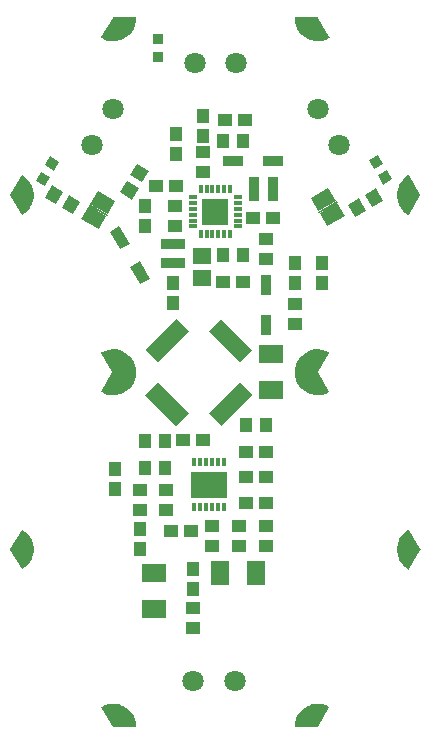
<source format=gbr>
G04 EAGLE Gerber RS-274X export*
G75*
%MOMM*%
%FSLAX34Y34*%
%LPD*%
%INSoldermask Top*%
%IPPOS*%
%AMOC8*
5,1,8,0,0,1.08239X$1,22.5*%
G01*
%ADD10C,1.101600*%
%ADD11R,0.351600X0.701600*%
%ADD12R,3.101600X2.235200*%
%ADD13R,0.341600X0.701600*%
%ADD14R,0.701600X0.341600*%
%ADD15R,2.260600X2.260600*%
%ADD16C,1.801600*%
%ADD17R,1.201600X1.101600*%
%ADD18R,2.101600X1.601600*%
%ADD19R,1.101600X1.201600*%
%ADD20R,1.601600X2.101600*%
%ADD21R,3.701600X1.501600*%
%ADD22R,0.901600X1.701600*%
%ADD23R,0.901600X0.901600*%
%ADD24R,1.601600X1.401600*%
%ADD25R,1.701600X0.901600*%
%ADD26R,2.101600X0.951600*%
%ADD27R,0.951600X2.101600*%
%ADD28R,1.270000X1.701800*%
%ADD29R,0.152400X1.828800*%
%ADD30R,0.901600X0.901600*%

G36*
X417569Y475645D02*
X417569Y475645D01*
X417616Y475643D01*
X420654Y476008D01*
X420686Y476019D01*
X420732Y476024D01*
X423672Y476872D01*
X423702Y476888D01*
X423748Y476900D01*
X426514Y478209D01*
X426536Y478226D01*
X426563Y478236D01*
X426615Y478285D01*
X426673Y478328D01*
X426687Y478353D01*
X426708Y478372D01*
X426737Y478438D01*
X426773Y478500D01*
X426776Y478528D01*
X426788Y478554D01*
X426789Y478626D01*
X426798Y478697D01*
X426790Y478724D01*
X426791Y478753D01*
X426755Y478848D01*
X426744Y478888D01*
X426737Y478897D01*
X426733Y478909D01*
X417376Y495160D01*
X426733Y511411D01*
X426742Y511438D01*
X426758Y511462D01*
X426773Y511532D01*
X426796Y511600D01*
X426793Y511628D01*
X426799Y511656D01*
X426786Y511727D01*
X426780Y511798D01*
X426767Y511823D01*
X426761Y511851D01*
X426721Y511911D01*
X426688Y511974D01*
X426666Y511992D01*
X426650Y512016D01*
X426567Y512074D01*
X426535Y512101D01*
X426524Y512104D01*
X426514Y512111D01*
X423748Y513420D01*
X423715Y513428D01*
X423672Y513448D01*
X420732Y514296D01*
X420698Y514299D01*
X420654Y514312D01*
X417616Y514677D01*
X417582Y514674D01*
X417535Y514680D01*
X414478Y514553D01*
X414445Y514545D01*
X414398Y514544D01*
X411401Y513928D01*
X411370Y513915D01*
X411324Y513906D01*
X408464Y512817D01*
X408436Y512799D01*
X408392Y512783D01*
X405744Y511249D01*
X405718Y511227D01*
X405678Y511204D01*
X403310Y509266D01*
X403288Y509239D01*
X403252Y509210D01*
X401225Y506917D01*
X401209Y506888D01*
X401177Y506853D01*
X399545Y504265D01*
X399533Y504233D01*
X399508Y504194D01*
X398312Y501377D01*
X398305Y501344D01*
X398302Y501337D01*
X398298Y501331D01*
X398297Y501325D01*
X398286Y501301D01*
X397558Y498329D01*
X397556Y498295D01*
X397545Y498250D01*
X397302Y495200D01*
X397306Y495171D01*
X397301Y495143D01*
X397303Y495133D01*
X397302Y495120D01*
X397545Y492070D01*
X397554Y492038D01*
X397558Y491991D01*
X398286Y489019D01*
X398301Y488988D01*
X398312Y488943D01*
X399508Y486126D01*
X399527Y486098D01*
X399545Y486055D01*
X401177Y483467D01*
X401201Y483443D01*
X401225Y483403D01*
X403252Y481110D01*
X403279Y481090D01*
X403310Y481054D01*
X405678Y479116D01*
X405708Y479100D01*
X405744Y479071D01*
X408392Y477538D01*
X408424Y477527D01*
X408464Y477503D01*
X411324Y476415D01*
X411357Y476409D01*
X411401Y476392D01*
X414398Y475776D01*
X414432Y475776D01*
X414478Y475767D01*
X417535Y475640D01*
X417569Y475645D01*
G37*
G36*
X245922Y475767D02*
X245922Y475767D01*
X245955Y475775D01*
X246002Y475776D01*
X248999Y476392D01*
X249030Y476405D01*
X249076Y476415D01*
X251936Y477503D01*
X251965Y477521D01*
X252008Y477538D01*
X254656Y479071D01*
X254682Y479093D01*
X254723Y479116D01*
X257090Y481054D01*
X257112Y481081D01*
X257148Y481110D01*
X259175Y483403D01*
X259192Y483432D01*
X259223Y483467D01*
X260855Y486055D01*
X260867Y486087D01*
X260892Y486126D01*
X262088Y488943D01*
X262095Y488976D01*
X262114Y489019D01*
X262842Y491991D01*
X262844Y492025D01*
X262855Y492070D01*
X263098Y495120D01*
X263094Y495149D01*
X263099Y495177D01*
X263097Y495187D01*
X263098Y495200D01*
X262855Y498250D01*
X262846Y498282D01*
X262842Y498329D01*
X262114Y501301D01*
X262099Y501332D01*
X262088Y501377D01*
X260892Y504194D01*
X260873Y504222D01*
X260855Y504265D01*
X259223Y506853D01*
X259199Y506877D01*
X259175Y506917D01*
X257148Y509210D01*
X257121Y509230D01*
X257090Y509266D01*
X254723Y511204D01*
X254692Y511220D01*
X254656Y511249D01*
X252008Y512783D01*
X251976Y512793D01*
X251936Y512817D01*
X249076Y513906D01*
X249043Y513911D01*
X248999Y513928D01*
X246002Y514544D01*
X245968Y514544D01*
X245922Y514553D01*
X242865Y514680D01*
X242831Y514675D01*
X242784Y514677D01*
X239746Y514312D01*
X239714Y514301D01*
X239668Y514296D01*
X236728Y513448D01*
X236698Y513432D01*
X236653Y513420D01*
X233887Y512111D01*
X233864Y512094D01*
X233837Y512084D01*
X233785Y512035D01*
X233727Y511992D01*
X233713Y511967D01*
X233692Y511948D01*
X233663Y511882D01*
X233627Y511820D01*
X233624Y511792D01*
X233612Y511766D01*
X233611Y511694D01*
X233602Y511623D01*
X233610Y511596D01*
X233610Y511567D01*
X233645Y511472D01*
X233656Y511432D01*
X233663Y511423D01*
X233667Y511411D01*
X243024Y495160D01*
X233667Y478909D01*
X233658Y478882D01*
X233642Y478858D01*
X233627Y478788D01*
X233604Y478720D01*
X233607Y478692D01*
X233601Y478664D01*
X233615Y478594D01*
X233620Y478522D01*
X233633Y478497D01*
X233639Y478469D01*
X233679Y478409D01*
X233712Y478346D01*
X233734Y478328D01*
X233750Y478304D01*
X233833Y478246D01*
X233865Y478219D01*
X233876Y478216D01*
X233887Y478209D01*
X236653Y476900D01*
X236686Y476892D01*
X236728Y476872D01*
X239668Y476024D01*
X239702Y476021D01*
X239746Y476008D01*
X242784Y475643D01*
X242818Y475646D01*
X242865Y475640D01*
X245922Y475767D01*
G37*
G36*
X417594Y775648D02*
X417594Y775648D01*
X417640Y775646D01*
X420684Y776015D01*
X420717Y776026D01*
X420763Y776031D01*
X423708Y776884D01*
X423738Y776900D01*
X423783Y776913D01*
X426553Y778227D01*
X426577Y778245D01*
X426604Y778255D01*
X426656Y778304D01*
X426713Y778347D01*
X426727Y778372D01*
X426748Y778392D01*
X426777Y778457D01*
X426812Y778519D01*
X426816Y778547D01*
X426828Y778574D01*
X426828Y778645D01*
X426837Y778716D01*
X426829Y778744D01*
X426830Y778773D01*
X426795Y778866D01*
X426783Y778907D01*
X426776Y778916D01*
X426771Y778929D01*
X417232Y795406D01*
X417181Y795463D01*
X417136Y795525D01*
X417116Y795537D01*
X417100Y795555D01*
X417031Y795588D01*
X416965Y795627D01*
X416939Y795631D01*
X416921Y795640D01*
X416876Y795642D01*
X416801Y795655D01*
X397761Y795678D01*
X397733Y795672D01*
X397704Y795674D01*
X397636Y795652D01*
X397566Y795638D01*
X397542Y795622D01*
X397515Y795613D01*
X397461Y795566D01*
X397402Y795526D01*
X397387Y795502D01*
X397365Y795483D01*
X397333Y795418D01*
X397295Y795358D01*
X397290Y795330D01*
X397277Y795304D01*
X397269Y795204D01*
X397262Y795162D01*
X397264Y795152D01*
X397263Y795138D01*
X397510Y792082D01*
X397519Y792049D01*
X397523Y792003D01*
X398256Y789026D01*
X398271Y788995D01*
X398282Y788949D01*
X399484Y786129D01*
X399503Y786101D01*
X399521Y786057D01*
X401160Y783466D01*
X401183Y783441D01*
X401208Y783402D01*
X403241Y781107D01*
X403268Y781086D01*
X403299Y781051D01*
X405674Y779112D01*
X405704Y779096D01*
X405740Y779066D01*
X408396Y777533D01*
X408428Y777522D01*
X408468Y777499D01*
X411335Y776411D01*
X411369Y776406D01*
X411413Y776389D01*
X414417Y775776D01*
X414451Y775776D01*
X414497Y775766D01*
X417560Y775642D01*
X417594Y775648D01*
G37*
G36*
X245904Y775766D02*
X245904Y775766D01*
X245936Y775774D01*
X245983Y775776D01*
X248988Y776389D01*
X249019Y776402D01*
X249065Y776411D01*
X251932Y777499D01*
X251960Y777517D01*
X252004Y777533D01*
X254660Y779066D01*
X254685Y779089D01*
X254726Y779112D01*
X257101Y781051D01*
X257122Y781077D01*
X257159Y781107D01*
X259192Y783402D01*
X259209Y783431D01*
X259240Y783466D01*
X260879Y786057D01*
X260891Y786089D01*
X260916Y786129D01*
X262118Y788949D01*
X262125Y788983D01*
X262144Y789026D01*
X262877Y792003D01*
X262879Y792037D01*
X262890Y792082D01*
X263137Y795138D01*
X263134Y795167D01*
X263138Y795195D01*
X263122Y795265D01*
X263113Y795336D01*
X263099Y795361D01*
X263092Y795389D01*
X263050Y795446D01*
X263014Y795508D01*
X262991Y795526D01*
X262974Y795549D01*
X262913Y795585D01*
X262856Y795628D01*
X262828Y795635D01*
X262803Y795650D01*
X262704Y795667D01*
X262663Y795677D01*
X262652Y795675D01*
X262639Y795678D01*
X243599Y795655D01*
X243524Y795639D01*
X243448Y795631D01*
X243427Y795620D01*
X243405Y795615D01*
X243341Y795571D01*
X243274Y795534D01*
X243258Y795514D01*
X243241Y795502D01*
X243217Y795465D01*
X243168Y795406D01*
X233629Y778929D01*
X233619Y778901D01*
X233603Y778877D01*
X233588Y778808D01*
X233565Y778740D01*
X233567Y778711D01*
X233561Y778683D01*
X233575Y778613D01*
X233580Y778542D01*
X233594Y778516D01*
X233599Y778488D01*
X233639Y778428D01*
X233672Y778365D01*
X233694Y778347D01*
X233710Y778323D01*
X233792Y778265D01*
X233825Y778238D01*
X233835Y778235D01*
X233847Y778227D01*
X236617Y776913D01*
X236650Y776905D01*
X236692Y776884D01*
X239637Y776031D01*
X239671Y776029D01*
X239716Y776015D01*
X242760Y775646D01*
X242793Y775648D01*
X242840Y775642D01*
X245904Y775766D01*
G37*
G36*
X493927Y628171D02*
X493927Y628171D01*
X493998Y628171D01*
X494025Y628182D01*
X494054Y628185D01*
X494116Y628220D01*
X494181Y628248D01*
X494202Y628268D01*
X494227Y628283D01*
X494290Y628360D01*
X494320Y628390D01*
X494324Y628400D01*
X494333Y628411D01*
X503833Y644911D01*
X503843Y644943D01*
X503852Y644956D01*
X503856Y644980D01*
X503857Y644984D01*
X503888Y645054D01*
X503888Y645078D01*
X503896Y645100D01*
X503890Y645176D01*
X503891Y645253D01*
X503881Y645277D01*
X503880Y645298D01*
X503859Y645337D01*
X503833Y645409D01*
X494333Y661909D01*
X494314Y661931D01*
X494301Y661957D01*
X494248Y662005D01*
X494201Y662058D01*
X494175Y662071D01*
X494154Y662090D01*
X494086Y662113D01*
X494022Y662144D01*
X493993Y662146D01*
X493966Y662155D01*
X493894Y662150D01*
X493823Y662153D01*
X493796Y662143D01*
X493767Y662141D01*
X493677Y662099D01*
X493637Y662084D01*
X493629Y662077D01*
X493616Y662071D01*
X491093Y660329D01*
X491069Y660305D01*
X491031Y660278D01*
X488819Y658154D01*
X488800Y658126D01*
X488766Y658094D01*
X486924Y655643D01*
X486910Y655612D01*
X486881Y655575D01*
X485456Y652860D01*
X485447Y652829D01*
X485431Y652804D01*
X485430Y652796D01*
X485425Y652786D01*
X484454Y649878D01*
X484450Y649844D01*
X484435Y649800D01*
X483943Y646773D01*
X483944Y646739D01*
X483936Y646693D01*
X483936Y643627D01*
X483937Y643623D01*
X483937Y643621D01*
X483943Y643594D01*
X483943Y643547D01*
X484435Y640520D01*
X484447Y640489D01*
X484454Y640442D01*
X485425Y637534D01*
X485442Y637505D01*
X485456Y637460D01*
X486881Y634745D01*
X486903Y634719D01*
X486924Y634677D01*
X488766Y632226D01*
X488791Y632203D01*
X488819Y632166D01*
X491031Y630042D01*
X491059Y630024D01*
X491093Y629991D01*
X493616Y628249D01*
X493643Y628238D01*
X493665Y628219D01*
X493734Y628199D01*
X493799Y628171D01*
X493828Y628171D01*
X493856Y628163D01*
X493927Y628171D01*
G37*
G36*
X493927Y328171D02*
X493927Y328171D01*
X493998Y328171D01*
X494025Y328182D01*
X494054Y328185D01*
X494116Y328220D01*
X494181Y328248D01*
X494202Y328268D01*
X494227Y328283D01*
X494290Y328360D01*
X494320Y328390D01*
X494324Y328400D01*
X494333Y328411D01*
X503833Y344911D01*
X503843Y344943D01*
X503852Y344956D01*
X503856Y344980D01*
X503857Y344984D01*
X503888Y345054D01*
X503888Y345078D01*
X503896Y345100D01*
X503890Y345176D01*
X503891Y345253D01*
X503881Y345277D01*
X503880Y345298D01*
X503859Y345337D01*
X503833Y345409D01*
X494333Y361909D01*
X494314Y361931D01*
X494301Y361957D01*
X494248Y362005D01*
X494201Y362058D01*
X494175Y362071D01*
X494154Y362090D01*
X494086Y362113D01*
X494022Y362144D01*
X493993Y362146D01*
X493966Y362155D01*
X493894Y362150D01*
X493823Y362153D01*
X493796Y362143D01*
X493767Y362141D01*
X493677Y362099D01*
X493637Y362084D01*
X493629Y362077D01*
X493616Y362071D01*
X491093Y360329D01*
X491069Y360305D01*
X491031Y360278D01*
X488819Y358154D01*
X488800Y358126D01*
X488766Y358094D01*
X486924Y355643D01*
X486910Y355612D01*
X486881Y355575D01*
X485456Y352860D01*
X485447Y352829D01*
X485431Y352804D01*
X485430Y352796D01*
X485425Y352786D01*
X484454Y349878D01*
X484450Y349844D01*
X484435Y349800D01*
X483943Y346773D01*
X483944Y346739D01*
X483936Y346693D01*
X483936Y343627D01*
X483937Y343623D01*
X483937Y343621D01*
X483943Y343594D01*
X483943Y343547D01*
X484435Y340520D01*
X484447Y340489D01*
X484454Y340442D01*
X485425Y337534D01*
X485442Y337505D01*
X485456Y337460D01*
X486881Y334745D01*
X486903Y334719D01*
X486924Y334677D01*
X488766Y332226D01*
X488791Y332203D01*
X488819Y332166D01*
X491031Y330042D01*
X491059Y330024D01*
X491093Y329991D01*
X493616Y328249D01*
X493643Y328238D01*
X493665Y328219D01*
X493734Y328199D01*
X493799Y328171D01*
X493828Y328171D01*
X493856Y328163D01*
X493927Y328171D01*
G37*
G36*
X166506Y628170D02*
X166506Y628170D01*
X166577Y628167D01*
X166604Y628177D01*
X166633Y628179D01*
X166723Y628221D01*
X166763Y628236D01*
X166771Y628243D01*
X166784Y628249D01*
X169307Y629991D01*
X169331Y630015D01*
X169369Y630042D01*
X171581Y632166D01*
X171600Y632194D01*
X171634Y632226D01*
X173476Y634677D01*
X173490Y634708D01*
X173519Y634745D01*
X174944Y637460D01*
X174953Y637493D01*
X174975Y637534D01*
X175946Y640442D01*
X175950Y640476D01*
X175965Y640520D01*
X176457Y643547D01*
X176456Y643581D01*
X176464Y643627D01*
X176464Y646693D01*
X176457Y646726D01*
X176457Y646773D01*
X175965Y649800D01*
X175953Y649831D01*
X175946Y649878D01*
X174975Y652786D01*
X174962Y652809D01*
X174956Y652834D01*
X174949Y652843D01*
X174944Y652860D01*
X173519Y655575D01*
X173497Y655601D01*
X173476Y655643D01*
X171634Y658094D01*
X171609Y658117D01*
X171581Y658154D01*
X169369Y660278D01*
X169341Y660296D01*
X169307Y660329D01*
X166784Y662071D01*
X166757Y662082D01*
X166735Y662101D01*
X166666Y662121D01*
X166601Y662149D01*
X166572Y662149D01*
X166544Y662157D01*
X166473Y662149D01*
X166402Y662150D01*
X166375Y662138D01*
X166346Y662135D01*
X166284Y662100D01*
X166219Y662072D01*
X166198Y662052D01*
X166173Y662037D01*
X166110Y661960D01*
X166080Y661930D01*
X166076Y661920D01*
X166067Y661909D01*
X156567Y645409D01*
X156543Y645336D01*
X156512Y645266D01*
X156512Y645242D01*
X156504Y645220D01*
X156511Y645144D01*
X156510Y645067D01*
X156519Y645043D01*
X156520Y645022D01*
X156541Y644983D01*
X156560Y644931D01*
X156561Y644925D01*
X156563Y644923D01*
X156567Y644911D01*
X166067Y628411D01*
X166086Y628389D01*
X166099Y628363D01*
X166152Y628315D01*
X166199Y628262D01*
X166225Y628249D01*
X166247Y628230D01*
X166314Y628207D01*
X166378Y628176D01*
X166407Y628175D01*
X166434Y628165D01*
X166506Y628170D01*
G37*
G36*
X166506Y328170D02*
X166506Y328170D01*
X166577Y328167D01*
X166604Y328177D01*
X166633Y328179D01*
X166723Y328221D01*
X166763Y328236D01*
X166771Y328243D01*
X166784Y328249D01*
X169307Y329991D01*
X169331Y330015D01*
X169369Y330042D01*
X171581Y332166D01*
X171600Y332194D01*
X171634Y332226D01*
X173476Y334677D01*
X173490Y334708D01*
X173519Y334745D01*
X174944Y337460D01*
X174953Y337493D01*
X174975Y337534D01*
X175946Y340442D01*
X175950Y340476D01*
X175965Y340520D01*
X176457Y343547D01*
X176456Y343581D01*
X176464Y343627D01*
X176464Y346693D01*
X176457Y346726D01*
X176457Y346773D01*
X175965Y349800D01*
X175953Y349831D01*
X175946Y349878D01*
X174975Y352786D01*
X174962Y352809D01*
X174956Y352834D01*
X174949Y352843D01*
X174944Y352860D01*
X173519Y355575D01*
X173497Y355601D01*
X173476Y355643D01*
X171634Y358094D01*
X171609Y358117D01*
X171581Y358154D01*
X169369Y360278D01*
X169341Y360296D01*
X169307Y360329D01*
X166784Y362071D01*
X166757Y362082D01*
X166735Y362101D01*
X166666Y362121D01*
X166601Y362149D01*
X166572Y362149D01*
X166544Y362157D01*
X166473Y362149D01*
X166402Y362150D01*
X166375Y362138D01*
X166346Y362135D01*
X166284Y362100D01*
X166219Y362072D01*
X166198Y362052D01*
X166173Y362037D01*
X166110Y361960D01*
X166080Y361930D01*
X166076Y361920D01*
X166067Y361909D01*
X156567Y345409D01*
X156543Y345336D01*
X156512Y345266D01*
X156512Y345242D01*
X156504Y345220D01*
X156511Y345144D01*
X156510Y345067D01*
X156519Y345043D01*
X156520Y345022D01*
X156541Y344983D01*
X156560Y344931D01*
X156561Y344925D01*
X156563Y344923D01*
X156567Y344911D01*
X166067Y328411D01*
X166086Y328389D01*
X166099Y328363D01*
X166152Y328315D01*
X166199Y328262D01*
X166225Y328249D01*
X166247Y328230D01*
X166314Y328207D01*
X166378Y328176D01*
X166407Y328175D01*
X166434Y328165D01*
X166506Y328170D01*
G37*
G36*
X416876Y194676D02*
X416876Y194676D01*
X416954Y194685D01*
X416973Y194696D01*
X416995Y194700D01*
X417059Y194744D01*
X417127Y194783D01*
X417143Y194802D01*
X417159Y194813D01*
X417183Y194851D01*
X417233Y194911D01*
X426733Y211411D01*
X426742Y211438D01*
X426758Y211462D01*
X426773Y211532D01*
X426796Y211600D01*
X426793Y211628D01*
X426799Y211656D01*
X426786Y211727D01*
X426780Y211798D01*
X426767Y211823D01*
X426761Y211851D01*
X426721Y211911D01*
X426688Y211974D01*
X426666Y211992D01*
X426650Y212016D01*
X426567Y212074D01*
X426535Y212101D01*
X426524Y212104D01*
X426514Y212111D01*
X423748Y213420D01*
X423715Y213428D01*
X423672Y213448D01*
X420732Y214296D01*
X420698Y214299D01*
X420654Y214312D01*
X417616Y214677D01*
X417582Y214674D01*
X417535Y214680D01*
X414478Y214553D01*
X414445Y214545D01*
X414398Y214544D01*
X411401Y213928D01*
X411370Y213915D01*
X411324Y213906D01*
X408464Y212817D01*
X408436Y212799D01*
X408392Y212783D01*
X405744Y211249D01*
X405718Y211227D01*
X405678Y211204D01*
X403310Y209266D01*
X403288Y209239D01*
X403252Y209210D01*
X401225Y206917D01*
X401209Y206888D01*
X401177Y206853D01*
X399545Y204265D01*
X399533Y204233D01*
X399508Y204194D01*
X398312Y201377D01*
X398305Y201344D01*
X398302Y201337D01*
X398298Y201331D01*
X398297Y201325D01*
X398286Y201301D01*
X397558Y198329D01*
X397556Y198295D01*
X397545Y198250D01*
X397302Y195200D01*
X397306Y195171D01*
X397301Y195143D01*
X397318Y195074D01*
X397326Y195002D01*
X397341Y194978D01*
X397347Y194950D01*
X397390Y194892D01*
X397426Y194830D01*
X397448Y194813D01*
X397465Y194790D01*
X397527Y194753D01*
X397584Y194710D01*
X397612Y194703D01*
X397636Y194688D01*
X397736Y194672D01*
X397777Y194661D01*
X397787Y194663D01*
X397800Y194661D01*
X416800Y194661D01*
X416876Y194676D01*
G37*
G36*
X262628Y194666D02*
X262628Y194666D01*
X262656Y194664D01*
X262724Y194686D01*
X262795Y194700D01*
X262818Y194716D01*
X262845Y194725D01*
X262900Y194772D01*
X262959Y194813D01*
X262974Y194837D01*
X262996Y194855D01*
X263027Y194920D01*
X263066Y194980D01*
X263071Y195008D01*
X263083Y195034D01*
X263092Y195135D01*
X263099Y195177D01*
X263097Y195187D01*
X263098Y195200D01*
X262855Y198250D01*
X262846Y198282D01*
X262842Y198329D01*
X262114Y201301D01*
X262099Y201332D01*
X262088Y201377D01*
X260892Y204194D01*
X260873Y204222D01*
X260855Y204265D01*
X259223Y206853D01*
X259199Y206877D01*
X259175Y206917D01*
X257148Y209210D01*
X257121Y209230D01*
X257090Y209266D01*
X254723Y211204D01*
X254692Y211220D01*
X254656Y211249D01*
X252008Y212783D01*
X251976Y212793D01*
X251936Y212817D01*
X249076Y213906D01*
X249043Y213911D01*
X248999Y213928D01*
X246002Y214544D01*
X245968Y214544D01*
X245922Y214553D01*
X242865Y214680D01*
X242831Y214675D01*
X242784Y214677D01*
X239746Y214312D01*
X239714Y214301D01*
X239668Y214296D01*
X236728Y213448D01*
X236698Y213432D01*
X236653Y213420D01*
X233887Y212111D01*
X233864Y212094D01*
X233837Y212084D01*
X233785Y212035D01*
X233727Y211992D01*
X233713Y211967D01*
X233692Y211948D01*
X233663Y211882D01*
X233627Y211820D01*
X233624Y211792D01*
X233612Y211766D01*
X233611Y211694D01*
X233602Y211623D01*
X233610Y211596D01*
X233610Y211567D01*
X233645Y211472D01*
X233656Y211432D01*
X233663Y211423D01*
X233667Y211411D01*
X243167Y194911D01*
X243219Y194853D01*
X243265Y194790D01*
X243284Y194779D01*
X243299Y194762D01*
X243369Y194728D01*
X243436Y194688D01*
X243461Y194684D01*
X243478Y194676D01*
X243523Y194674D01*
X243600Y194661D01*
X262600Y194661D01*
X262628Y194666D01*
G37*
D10*
X495400Y645160D03*
X407720Y494440D03*
X252680Y494440D03*
X165000Y645160D03*
X495400Y345160D03*
X412800Y202060D03*
X247600Y202060D03*
X165000Y345160D03*
X412800Y788227D03*
X247600Y788227D03*
D11*
X312420Y381100D03*
X317420Y381100D03*
X322420Y381100D03*
X327420Y381100D03*
X332420Y381100D03*
X337420Y381100D03*
X337420Y419100D03*
X332420Y419100D03*
X327420Y419100D03*
X322420Y419100D03*
X317420Y419100D03*
X312420Y419100D03*
D12*
X324920Y400100D03*
D13*
X317700Y612190D03*
X322700Y612190D03*
X327700Y612190D03*
X332700Y612190D03*
X337700Y612190D03*
X342700Y612190D03*
D14*
X349200Y618690D03*
X349200Y623690D03*
X349200Y628690D03*
X349200Y633690D03*
X349200Y638690D03*
X349200Y643690D03*
D13*
X342700Y650190D03*
X337700Y650190D03*
X332700Y650190D03*
X327700Y650190D03*
X322700Y650190D03*
X317700Y650190D03*
D14*
X311200Y643690D03*
X311200Y638690D03*
X311200Y633690D03*
X311200Y628690D03*
X311200Y623690D03*
X311200Y618690D03*
D15*
X330200Y631190D03*
D16*
X346430Y233410D03*
X311430Y233410D03*
X225796Y687925D03*
X243296Y718235D03*
X417104Y718235D03*
X434604Y687925D03*
X312700Y757190D03*
X347700Y757190D03*
D17*
X311150Y278520D03*
X311150Y295520D03*
D18*
X278130Y294880D03*
X278130Y324880D03*
D19*
X311150Y311540D03*
X311150Y328540D03*
D20*
X334250Y325120D03*
X364250Y325120D03*
D17*
X309490Y360680D03*
X292490Y360680D03*
X373380Y348370D03*
X373380Y365370D03*
X350520Y365370D03*
X350520Y348370D03*
X327660Y348370D03*
X327660Y365370D03*
X355990Y384810D03*
X372990Y384810D03*
D21*
G36*
X281582Y486826D02*
X307756Y460652D01*
X297138Y450034D01*
X270964Y476208D01*
X281582Y486826D01*
G37*
G36*
X361496Y476208D02*
X335322Y450034D01*
X324704Y460652D01*
X350878Y486826D01*
X361496Y476208D01*
G37*
G36*
X335322Y540566D02*
X361496Y514392D01*
X350878Y503774D01*
X324704Y529948D01*
X335322Y540566D01*
G37*
G36*
X307756Y529948D02*
X281582Y503774D01*
X270964Y514392D01*
X297138Y540566D01*
X307756Y529948D01*
G37*
D17*
X319650Y438150D03*
X302650Y438150D03*
X355990Y406400D03*
X372990Y406400D03*
D19*
X355990Y450850D03*
X372990Y450850D03*
X287900Y414020D03*
X270900Y414020D03*
D17*
X288290Y378850D03*
X288290Y395850D03*
X372990Y427990D03*
X355990Y427990D03*
D19*
X270900Y436880D03*
X287900Y436880D03*
D17*
X266700Y378850D03*
X266700Y395850D03*
D19*
X266700Y362830D03*
X266700Y345830D03*
X245110Y413630D03*
X245110Y396630D03*
D18*
X377190Y480300D03*
X377190Y510300D03*
D17*
X353940Y571500D03*
X336940Y571500D03*
D22*
X373380Y535450D03*
X373380Y569450D03*
D19*
X420370Y587620D03*
X420370Y570620D03*
D17*
X397510Y553330D03*
X397510Y536330D03*
D19*
X397510Y570620D03*
X397510Y587620D03*
D23*
X281940Y762120D03*
X281940Y777120D03*
D19*
X336940Y594360D03*
X353940Y594360D03*
D24*
X318770Y593700D03*
X318770Y574700D03*
D19*
X294640Y571110D03*
X294640Y554110D03*
D25*
G36*
X265961Y589260D02*
X274468Y574524D01*
X266659Y570016D01*
X258152Y584752D01*
X265961Y589260D01*
G37*
G36*
X248961Y618704D02*
X257468Y603968D01*
X249659Y599460D01*
X241152Y614196D01*
X248961Y618704D01*
G37*
D17*
X362340Y626110D03*
X379340Y626110D03*
X373380Y607940D03*
X373380Y590940D03*
D26*
X294640Y603880D03*
X294640Y587380D03*
D19*
X297180Y679840D03*
X297180Y696840D03*
D17*
X296790Y652780D03*
X279790Y652780D03*
D27*
X379090Y650240D03*
X362590Y650240D03*
D25*
X344950Y674370D03*
X378950Y674370D03*
D17*
X320040Y664600D03*
X320040Y681600D03*
D19*
X353940Y690880D03*
X336940Y690880D03*
D17*
X338210Y708660D03*
X355210Y708660D03*
D19*
G36*
X257913Y662185D02*
X263421Y671725D01*
X273827Y665717D01*
X268319Y656177D01*
X257913Y662185D01*
G37*
G36*
X249413Y647463D02*
X254921Y657003D01*
X265327Y650995D01*
X259819Y641455D01*
X249413Y647463D01*
G37*
X320040Y695080D03*
X320040Y712080D03*
D17*
X295910Y618880D03*
X295910Y635880D03*
D19*
X270510Y635880D03*
X270510Y618880D03*
D28*
G36*
X224406Y637815D02*
X230756Y648812D01*
X245494Y640303D01*
X239144Y629306D01*
X224406Y637815D01*
G37*
G36*
X216786Y624617D02*
X223136Y635614D01*
X237874Y627105D01*
X231524Y616108D01*
X216786Y624617D01*
G37*
D29*
G36*
X222841Y636372D02*
X223603Y637691D01*
X239439Y628548D01*
X238677Y627229D01*
X222841Y636372D01*
G37*
D19*
G36*
X206255Y645057D02*
X215795Y639549D01*
X209787Y629143D01*
X200247Y634651D01*
X206255Y645057D01*
G37*
G36*
X191533Y653557D02*
X201073Y648049D01*
X195065Y637643D01*
X185525Y643151D01*
X191533Y653557D01*
G37*
D30*
G36*
X182560Y665143D02*
X190368Y660635D01*
X185860Y652827D01*
X178052Y657335D01*
X182560Y665143D01*
G37*
G36*
X190060Y678133D02*
X197868Y673625D01*
X193360Y665817D01*
X185552Y670325D01*
X190060Y678133D01*
G37*
D28*
G36*
X433454Y638154D02*
X439804Y627157D01*
X425066Y618648D01*
X418716Y629645D01*
X433454Y638154D01*
G37*
G36*
X425834Y651352D02*
X432184Y640355D01*
X417446Y631846D01*
X411096Y642843D01*
X425834Y651352D01*
G37*
D29*
G36*
X432987Y640231D02*
X433749Y638912D01*
X417913Y629769D01*
X417151Y631088D01*
X432987Y640231D01*
G37*
D19*
G36*
X457613Y632111D02*
X448073Y626603D01*
X442065Y637009D01*
X451605Y642517D01*
X457613Y632111D01*
G37*
G36*
X472335Y640611D02*
X462795Y635103D01*
X456787Y645509D01*
X466327Y651017D01*
X472335Y640611D01*
G37*
D30*
G36*
X467492Y661905D02*
X475300Y666413D01*
X479808Y658605D01*
X472000Y654097D01*
X467492Y661905D01*
G37*
G36*
X459992Y674895D02*
X467800Y679403D01*
X472308Y671595D01*
X464500Y667087D01*
X459992Y674895D01*
G37*
M02*

</source>
